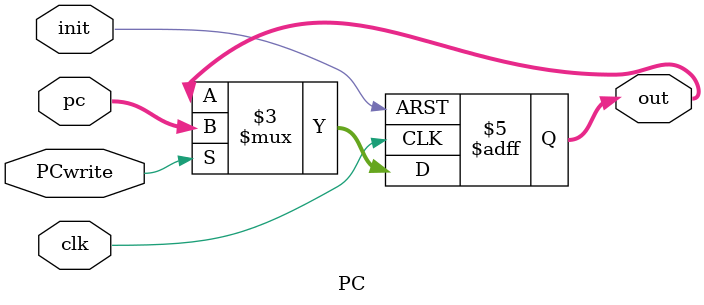
<source format=v>
module PC(input clk, init, PCwrite, input [9:0] pc, output reg [9:0] out);
	always @(posedge clk or posedge init) begin
		if(init)
			out <= 10'd0;
		else if (PCwrite)
			out <= pc;
		else
			out <= out;
	end
endmodule
</source>
